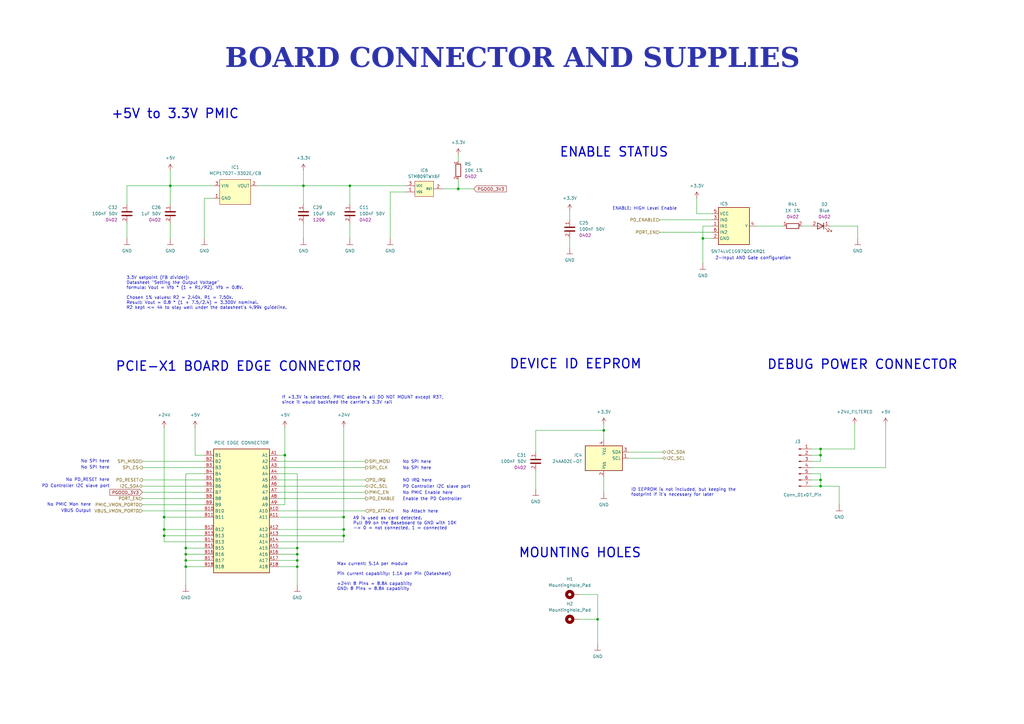
<source format=kicad_sch>
(kicad_sch (version 20250114) (generator "eeschema") (generator_version "9.0")
  (paper "A3")
  (title_block (date "2025-01-12") (rev "1.0.0") (company "DvidMakesThings"))
  (lib_symbols
    (symbol "DMTDB:STM809TWX6F"
      (property "Reference" "IC" (at 13.462 -6.858 0))
      (property "Value" "STM809TWX6F" (at 12.446 -9.144 0))
      (symbol "STM809TWX6F_1_1"
        (rectangle (start -3.81 3.175) (end 3.81 -3.175) (fill (type background)))
        (pin power_in line (at -7.62 1.27 0) (length 3.81) (name "VCC") (number "3"))
        (pin power_in line (at -7.62 -1.27 0) (length 3.81) (name "VSS") (number "1"))
        (pin output line (at 7.62 0 180) (length 3.81) (name "RST") (number "2"))
      )
    )
    (symbol "DS_Capacitor_0402:100nF 50V 0402"
      (property "Reference" "C" (at 3.81 2.032 0))
      (property "Value" "100nF 50V" (at 3.81 0 0))
      (property "FOOTPRINT_SHORT" "0402" (at 3.81 -2.032 0))
      (symbol "100nF 50V 0402_0_1"
        (polyline (pts (xy -2.032 0.762) (xy 2.032 0.762)) (stroke (width 0.508)))
        (polyline (pts (xy -2.032 -0.762) (xy 2.032 -0.762)) (stroke (width 0.508)))
      )
      (symbol "100nF 50V 0402_1_1"
        (pin passive line (at 0 3.81 270) (length 2.794) (name "~") (number "1"))
        (pin passive line (at 0 -3.81 90) (length 2.794) (name "~") (number "2"))
      )
    )
    (symbol "DS_Capacitor_0402:1uF 50V 0402"
      (property "Reference" "C" (at 3.81 2.032 0))
      (property "Value" "1uF 50V" (at 3.81 0 0))
      (property "FOOTPRINT_SHORT" "0402" (at 3.81 -2.032 0))
      (symbol "1uF 50V 0402_0_1"
        (polyline (pts (xy -2.032 0.762) (xy 2.032 0.762)) (stroke (width 0.508)))
        (polyline (pts (xy -2.032 -0.762) (xy 2.032 -0.762)) (stroke (width 0.508)))
      )
      (symbol "1uF 50V 0402_1_1"
        (pin passive line (at 0 3.81 270) (length 2.794) (name "~") (number "1"))
        (pin passive line (at 0 -3.81 90) (length 2.794) (name "~") (number "2"))
      )
    )
    (symbol "DS_Capacitor_1206:10uF 50V 1206"
      (property "Reference" "C" (at 3.81 2.032 0))
      (property "Value" "10uF 50V" (at 3.81 0 0))
      (property "FOOTPRINT_SHORT" "1206" (at 3.81 -2.032 0))
      (symbol "10uF 50V 1206_0_1"
        (polyline (pts (xy -2.032 0.762) (xy 2.032 0.762)) (stroke (width 0.508)))
        (polyline (pts (xy -2.032 -0.762) (xy 2.032 -0.762)) (stroke (width 0.508)))
      )
      (symbol "10uF 50V 1206_1_1"
        (pin passive line (at 0 3.81 270) (length 2.794) (name "~") (number "1"))
        (pin passive line (at 0 -3.81 90) (length 2.794) (name "~") (number "2"))
      )
    )
    (symbol "DS_Connector:Conn_01x07_Pin" (pin_names (offset 1.016) (hide yes))
      (property "Reference" "J" (at 0 10.16 0))
      (property "Value" "Conn_01x07_Pin" (at 0 -10.16 0))
      (symbol "Conn_01x07_Pin_1_1"
        (rectangle (start 0.8636 7.747) (end 0 7.493) (stroke (width 0.1524)) (fill (type outline)))
        (rectangle (start 0.8636 5.207) (end 0 4.953) (stroke (width 0.1524)) (fill (type outline)))
        (rectangle (start 0.8636 2.667) (end 0 2.413) (stroke (width 0.1524)) (fill (type outline)))
        (rectangle (start 0.8636 0.127) (end 0 -0.127) (stroke (width 0.1524)) (fill (type outline)))
        (rectangle (start 0.8636 -2.413) (end 0 -2.667) (stroke (width 0.1524)) (fill (type outline)))
        (rectangle (start 0.8636 -4.953) (end 0 -5.207) (stroke (width 0.1524)) (fill (type outline)))
        (rectangle (start 0.8636 -7.493) (end 0 -7.747) (stroke (width 0.1524)) (fill (type outline)))
        (polyline (pts (xy 1.27 7.62) (xy 0.8636 7.62)) (stroke (width 0.1524)))
        (polyline (pts (xy 1.27 5.08) (xy 0.8636 5.08)) (stroke (width 0.1524)))
        (polyline (pts (xy 1.27 2.54) (xy 0.8636 2.54)) (stroke (width 0.1524)))
        (polyline (pts (xy 1.27 0) (xy 0.8636 0)) (stroke (width 0.1524)))
        (polyline (pts (xy 1.27 -2.54) (xy 0.8636 -2.54)) (stroke (width 0.1524)))
        (polyline (pts (xy 1.27 -5.08) (xy 0.8636 -5.08)) (stroke (width 0.1524)))
        (polyline (pts (xy 1.27 -7.62) (xy 0.8636 -7.62)) (stroke (width 0.1524)))
        (pin passive line (at 5.08 7.62 180) (length 3.81) (name "Pin_1") (number "1"))
        (pin passive line (at 5.08 5.08 180) (length 3.81) (name "Pin_2") (number "2"))
        (pin passive line (at 5.08 2.54 180) (length 3.81) (name "Pin_3") (number "3"))
        (pin passive line (at 5.08 0 180) (length 3.81) (name "Pin_4") (number "4"))
        (pin passive line (at 5.08 -2.54 180) (length 3.81) (name "Pin_5") (number "5"))
        (pin passive line (at 5.08 -5.08 180) (length 3.81) (name "Pin_6") (number "6"))
        (pin passive line (at 5.08 -7.62 180) (length 3.81) (name "Pin_7") (number "7"))
      )
    )
    (symbol "DS_Connector:PCIe-Board Edge" (exclude_from_sim yes) (in_bom no)
      (property "Value" "PCIE EDGE CONNECTOR" (at -1.778 -9.144 0))
      (symbol "PCIe-Board Edge_0_1"
        (rectangle (start -3.81 43.18) (end 19.05 -7.62) (stroke (width 0.254)) (fill (type background)))
      )
      (symbol "PCIe-Board Edge_1_1"
        (pin power_in line (at -7.62 40.64 0) (length 3.81) (name "B1") (number "B1"))
        (pin passive line (at -7.62 38.1 0) (length 3.81) (name "B2") (number "B2"))
        (pin passive line (at -7.62 35.56 0) (length 3.81) (name "B3") (number "B3"))
        (pin power_in line (at -7.62 33.02 0) (length 3.81) (name "B4") (number "B4"))
        (pin input line (at -7.62 30.48 0) (length 3.81) (name "B5") (number "B5"))
        (pin bidirectional line (at -7.62 27.94 0) (length 3.81) (name "B6") (number "B6"))
        (pin passive line (at -7.62 25.4 0) (length 3.81) (name "B7") (number "B7"))
        (pin power_in line (at -7.62 22.86 0) (length 3.81) (name "B8") (number "B8"))
        (pin input line (at -7.62 20.32 0) (length 3.81) (name "B9") (number "B9"))
        (pin power_in line (at -7.62 17.78 0) (length 3.81) (name "B10") (number "B10"))
        (pin open_collector line (at -7.62 15.24 0) (length 3.81) (name "B11") (number "B11"))
        (pin passive line (at -7.62 10.16 0) (length 3.81) (name "B12") (number "B12"))
        (pin passive line (at -7.62 7.62 0) (length 3.81) (name "B13") (number "B13"))
        (pin input line (at -7.62 5.08 0) (length 3.81) (name "B13") (number "B14"))
        (pin input line (at -7.62 2.54 0) (length 3.81) (name "B15") (number "B15"))
        (pin passive line (at -7.62 0 0) (length 3.81) (name "B16") (number "B16"))
        (pin passive line (at -7.62 -2.54 0) (length 3.81) (name "B17") (number "B17"))
        (pin passive line (at -7.62 -5.08 0) (length 3.81) (name "B18") (number "B18"))
        (pin passive line (at 22.86 40.64 180) (length 3.81) (name "A1") (number "A1"))
        (pin passive line (at 22.86 38.1 180) (length 3.81) (name "A2") (number "A2"))
        (pin passive line (at 22.86 35.56 180) (length 3.81) (name "A3") (number "A3"))
        (pin passive line (at 22.86 33.02 180) (length 3.81) (name "A4") (number "A4"))
        (pin input line (at 22.86 30.48 180) (length 3.81) (name "A5") (number "A5"))
        (pin input line (at 22.86 27.94 180) (length 3.81) (name "A6") (number "A6"))
        (pin output line (at 22.86 25.4 180) (length 3.81) (name "A7") (number "A7"))
        (pin input line (at 22.86 22.86 180) (length 3.81) (name "A8") (number "A8"))
        (pin passive line (at 22.86 20.32 180) (length 3.81) (name "A9") (number "A9"))
        (pin passive line (at 22.86 17.78 180) (length 3.81) (name "A10") (number "A10"))
        (pin input line (at 22.86 15.24 180) (length 3.81) (name "A11") (number "A11"))
        (pin passive line (at 22.86 10.16 180) (length 3.81) (name "A12") (number "A12"))
        (pin input line (at 22.86 7.62 180) (length 3.81) (name "A13") (number "A13"))
        (pin input line (at 22.86 5.08 180) (length 3.81) (name "A14") (number "A14"))
        (pin passive line (at 22.86 2.54 180) (length 3.81) (name "A15") (number "A15"))
        (pin output line (at 22.86 0 180) (length 3.81) (name "A16") (number "A16"))
        (pin output line (at 22.86 -2.54 180) (length 3.81) (name "A17") (number "A17"))
        (pin passive line (at 22.86 -5.08 180) (length 3.81) (name "A18") (number "A18"))
      )
    )
    (symbol "DS_Opto:Blue 0402"
      (property "Reference" "D" (at -1.27 5.08 0))
      (property "Value" "Blue" (at -1.27 2.794 0))
      (property "Size" "0402" (at -1.016 -3.302 0))
      (symbol "Blue 0402_0_1"
        (polyline (pts (xy -3.048 -0.762) (xy -4.572 -2.286) (xy -3.81 -2.286) (xy -4.572 -2.286) (xy -4.572 -1.524)))
        (polyline (pts (xy -1.778 -0.762) (xy -3.302 -2.286) (xy -2.54 -2.286) (xy -3.302 -2.286) (xy -3.302 -1.524)))
        (polyline (pts (xy -1.27 0) (xy 1.27 0)))
        (polyline (pts (xy -1.27 -1.27) (xy -1.27 1.27)) (stroke (width 0.254)))
        (polyline (pts (xy 1.27 -1.27) (xy 1.27 1.27) (xy -1.27 0) (xy 1.27 -1.27)) (stroke (width 0.254)))
      )
      (symbol "Blue 0402_1_1"
        (pin passive line (at -3.81 0 0) (length 2.54) (name "") (number "1"))
        (pin passive line (at 3.81 0 180) (length 2.54) (name "") (number "2"))
      )
    )
    (symbol "DS_Peripherals:SN74LVC1G97QDCKRQ1"
      (property "Reference" "IC" (at -6.35 9.144 0))
      (property "Value" "SN74LVC1G97QDCKRQ1" (at 1.778 -9.652 0))
      (symbol "SN74LVC1G97QDCKRQ1_0_1"
        (rectangle (start -6.35 7.62) (end 6.35 -7.62) (stroke (width 0.254)) (fill (type background)))
      )
      (symbol "SN74LVC1G97QDCKRQ1_1_1"
        (pin power_in line (at -8.89 5.08 0) (length 2.54) (name "VCC") (number "5"))
        (pin passive line (at -8.89 2.54 0) (length 2.54) (name "IN0") (number "3"))
        (pin passive line (at -8.89 0 0) (length 2.54) (name "IN1") (number "1"))
        (pin passive line (at -8.89 -2.54 0) (length 2.54) (name "IN2") (number "6"))
        (pin power_in line (at -8.89 -5.08 0) (length 2.54) (name "GND") (number "2"))
        (pin passive line (at 8.89 0 180) (length 2.54) (name "Y") (number "4"))
      )
    )
    (symbol "DS_Resistor_0402:10K 1% 0402"
      (property "Reference" "R" (at 2.032 2.032 0))
      (property "Value" "10K 1%" (at 2.032 0 0))
      (property "FOOTPRINT_SHORT" "0402" (at 2.032 -2.032 0))
      (symbol "10K 1% 0402_0_1"
        (rectangle (start -1.016 2.54) (end 1.016 -2.54) (stroke (width 0.254)))
      )
      (symbol "10K 1% 0402_1_1"
        (pin passive line (at 0 3.81 270) (length 1.27) (name "~") (number "1"))
        (pin passive line (at 0 -3.81 90) (length 1.27) (name "~") (number "2"))
      )
    )
    (symbol "DS_Resistor_0402:1K 1% 0402"
      (property "Reference" "R" (at 2.032 2.032 0))
      (property "Value" "1K 1%" (at 2.032 0 0))
      (property "FOOTPRINT_SHORT" "0402" (at 2.032 -2.032 0))
      (symbol "1K 1% 0402_0_1"
        (rectangle (start -1.016 2.54) (end 1.016 -2.54) (stroke (width 0.254)))
      )
      (symbol "1K 1% 0402_1_1"
        (pin passive line (at 0 3.81 270) (length 1.27) (name "~") (number "1"))
        (pin passive line (at 0 -3.81 90) (length 1.27) (name "~") (number "2"))
      )
    )
    (symbol "DS_Supply:GND" (power) (pin_numbers (hide yes)) (pin_names (offset 0) (hide yes))
      (property "Value" "GND" (at 0 -3.81 0))
      (symbol "GND_0_1"
        (polyline (pts (xy 0 0) (xy 0 -2.54) (xy 1.27 -2.54) (xy 0 -2.54) (xy -1.27 -2.54) (xy 0 -2.54)))
      )
      (symbol "GND_1_1"
        (pin power_in line (at 0 0 270) (length 0) (name "~") (number "1"))
      )
    )
    (symbol "DS_Vreg:MCP1702T-3302E/CB"
      (property "Reference" "IC" (at -2.286 6.858 0))
      (property "Value" "MCP1702T-3302E/CB" (at -5.588 -7.874 0))
      (symbol "MCP1702T-3302E/CB_0_1"
        (rectangle (start -6.35 5.08) (end 6.35 -5.08) (fill (type background)))
      )
      (symbol "MCP1702T-3302E/CB_1_1"
        (pin power_in line (at -8.89 2.54 0) (length 2.54) (name "VIN") (number "3"))
        (pin power_in line (at -8.89 -2.54 0) (length 2.54) (name "GND") (number "1"))
        (pin power_out line (at 8.89 2.54 180) (length 2.54) (name "VOUT") (number "2"))
      )
    )
    (symbol "Mechanical:MountingHole_Pad" (pin_numbers (hide yes)) (pin_names (offset 1.016) (hide yes)) (in_bom no)
      (property "Reference" "H" (at 0 6.35 0))
      (property "Value" "MountingHole_Pad" (at 0 4.445 0))
      (symbol "MountingHole_Pad_0_1"
        (circle (center 0 1.27) (radius 1.27) (stroke (width 1.27)))
      )
      (symbol "MountingHole_Pad_1_1"
        (pin input line (at 0 -2.54 90) (length 2.54) (name "1") (number "1"))
      )
    )
    (symbol "Memory_EEPROM:24AA02E-OT"
      (property "Reference" "U" (at -7.62 6.35 0))
      (property "Value" "24AA02E-OT" (at 2.54 -6.35 0))
      (symbol "24AA02E-OT_1_1"
        (rectangle (start -7.62 5.08) (end 7.62 -5.08) (stroke (width 0.254)) (fill (type background)))
        (pin no_connect line (at -10.16 0 0) (length 2.54) (hide yes) (name "NC") (number "5"))
        (pin power_in line (at 0 7.62 270) (length 2.54) (name "V_{CC}") (number "4"))
        (pin power_in line (at 0 -7.62 90) (length 2.54) (name "V_{SS}") (number "2"))
        (pin bidirectional line (at 10.16 2.54 180) (length 2.54) (name "SDA") (number "3"))
        (pin input line (at 10.16 0 180) (length 2.54) (name "SCL") (number "1"))
      )
    )
    (symbol "power:+24V" (power) (pin_numbers (hide yes)) (pin_names (offset 0) (hide yes))
      (property "Value" "+24V" (at 0 3.556 0))
      (symbol "+24V_0_1"
        (polyline (pts (xy -0.762 1.27) (xy 0 2.54)))
        (polyline (pts (xy 0 2.54) (xy 0.762 1.27)))
        (polyline (pts (xy 0 0) (xy 0 2.54)))
      )
      (symbol "+24V_1_1"
        (pin power_in line (at 0 0 90) (length 0) (name "~") (number "1"))
      )
    )
    (symbol "power:+3.3V" (power) (pin_numbers (hide yes)) (pin_names (offset 0) (hide yes))
      (property "Value" "+3.3V" (at 0 3.556 0))
      (symbol "+3.3V_0_1"
        (polyline (pts (xy -0.762 1.27) (xy 0 2.54)))
        (polyline (pts (xy 0 2.54) (xy 0.762 1.27)))
        (polyline (pts (xy 0 0) (xy 0 2.54)))
      )
      (symbol "+3.3V_1_1"
        (pin power_in line (at 0 0 90) (length 0) (name "~") (number "1"))
      )
    )
    (symbol "power:+5V" (power) (pin_numbers (hide yes)) (pin_names (offset 0) (hide yes))
      (property "Value" "+5V" (at 0 3.556 0))
      (symbol "+5V_0_1"
        (polyline (pts (xy -0.762 1.27) (xy 0 2.54)))
        (polyline (pts (xy 0 2.54) (xy 0.762 1.27)))
        (polyline (pts (xy 0 0) (xy 0 2.54)))
      )
      (symbol "+5V_1_1"
        (pin power_in line (at 0 0 90) (length 0) (name "~") (number "1"))
      )
    )
  )
  (text "No PMIC Mon here" (at 37.338 207.01 0) (effects (font (size 1.27 1.27)) (justify right)))
  (text "ID EEPROM is not included, but keeping the \nfootprint if it's necessary for later" (at 258.826 201.93 0) (effects (font (size 1.27 1.27)) (justify left)))
  (text "DEVICE ID EEPROM" (at 208.788 149.352 0) (effects (font (size 3.81 3.81) (thickness 0.508) (bold yes)) (justify left)))
  (text "PD Controller I2C slave port" (at 165.1 199.644 0) (effects (font (size 1.27 1.27)) (justify left)))
  (text "ENABLE STATUS" (at 229.362 62.484 0) (effects (font (size 3.81 3.81) (thickness 0.508) (bold yes)) (justify left)))
  (text "Enable the PD Controller" (at 165.1 204.724 0) (effects (font (size 1.27 1.27)) (justify left)))
  (text "No SPI here" (at 44.958 189.23 0) (effects (font (size 1.27 1.27)) (justify right)))
  (text "2-Input AND Gate configuration" (at 293.37 105.918 0) (effects (font (size 1.27 1.27)) (justify left)))
  (text "MOUNTING HOLES" (at 212.598 226.822 0) (effects (font (size 3.81 3.81) (thickness 0.508) (bold yes)) (justify left)))
  (text "No SPI here" (at 165.1 192.024 0) (effects (font (size 1.27 1.27)) (justify left)))
  (text "If +3.3V is selected, PMIC above is all DO NOT MOUNT except R37,\nsince it would backfeed the carrier's 3.3V rail" (at 115.57 164.084 0) (effects (font (size 1.27 1.27)) (justify left)))
  (text "Max current: 5.1A per module\n\nPin current capability: 1.1A per Pin (Datasheet)\n\n+24V: 8 Pins = 8.8A capability\nGND: 8 Pins = 8.8A capability" (at 138.176 236.474 0) (effects (font (size 1.27 1.27)) (justify left)))
  (text "VBUS Output" (at 37.338 209.55 0) (effects (font (size 1.27 1.27)) (justify right)))
  (text "No Attach here" (at 165.1 209.804 0) (effects (font (size 1.27 1.27)) (justify left)))
  (text "No PD_RESET here" (at 44.958 196.85 0) (effects (font (size 1.27 1.27)) (justify right)))
  (text "A9 is used as card detected.\nPull B9 on the Baseboard to GND with 10K\n-> 0 = not connected, 1 = connected" (at 144.78 214.63 0) (effects (font (size 1.27 1.27)) (justify left)))
  (text "NO IRQ here" (at 165.1 197.104 0) (effects (font (size 1.27 1.27)) (justify left)))
  (text "No SPI here" (at 165.1 189.484 0) (effects (font (size 1.27 1.27)) (justify left)))
  (text "No SPI here" (at 44.958 191.77 0) (effects (font (size 1.27 1.27)) (justify right)))
  (text "PD Controller I2C slave port" (at 44.958 199.39 0) (effects (font (size 1.27 1.27)) (justify right)))
  (text "+5V to 3.3V PMIC" (at 45.466 46.736 0) (effects (font (size 3.81 3.81) (thickness 0.508) (bold yes)) (justify left)))
  (text "3.3V setpoint (FB divider): \nDatasheet \"Setting the Output Voltage\" \nformula: Vout = Vfb * (1 + R1/R2), Vfb = 0.8V. \n\nChosen 1% values: R2 = 2.40k, R1 = 7.50k. \nResult: Vout = 0.8 * (1 + 7.5/2.4) = 3.300V nominal. \nR2 kept <= 4k to stay well under the datasheet's 4.99k guideline." (at 51.816 120.142 0) (effects (font (size 1.27 1.27)) (justify left)))
  (text "DEBUG POWER CONNECTOR" (at 314.452 149.606 0) (effects (font (size 3.81 3.81) (thickness 0.508) (bold yes)) (justify left)))
  (text "ENABLE: HIGH Level Enable" (at 251.206 85.598 0) (effects (font (size 1.27 1.27)) (justify left)))
  (text "PCIE-X1 BOARD EDGE CONNECTOR" (at 47.244 150.368 0) (effects (font (size 3.81 3.81) (thickness 0.508) (bold yes)) (justify left)))
  (text "No PMIC Enable here" (at 165.1 202.184 0) (effects (font (size 1.27 1.27)) (justify left)))
  (text_box "BOARD CONNECTOR AND SUPPLIES" (at 12.7 17.78 0) (size 394.97 12.7) (margins 5.9999 5.9999 5.9999 5.9999) (stroke (width -0.0001)) (effects (font (size 8 8) (thickness 1.2) (bold yes))))
  (junction (at 76.2 227.33))
  (junction (at 247.65 176.53))
  (junction (at 124.46 76.2))
  (junction (at 336.55 186.69))
  (junction (at 69.85 76.2))
  (junction (at 336.55 184.15))
  (junction (at 187.96 77.47))
  (junction (at 121.92 232.41))
  (junction (at 67.31 217.17))
  (junction (at 121.92 229.87))
  (junction (at 121.92 224.79))
  (junction (at 143.51 76.2))
  (junction (at 121.92 227.33))
  (junction (at 288.29 97.79))
  (junction (at 140.97 212.09))
  (junction (at 116.84 186.69))
  (junction (at 336.55 199.39))
  (junction (at 76.2 232.41))
  (junction (at 76.2 224.79))
  (junction (at 140.97 217.17))
  (junction (at 67.31 212.09))
  (junction (at 140.97 219.71))
  (junction (at 336.55 196.85))
  (junction (at 76.2 229.87))
  (junction (at 245.11 254))
  (junction (at 67.31 219.71))
  (wire (pts (xy 69.85 76.2) (xy 87.63 76.2)))
  (wire (pts (xy 67.31 212.09) (xy 83.82 212.09)))
  (wire (pts (xy 116.84 207.01) (xy 116.84 186.69)))
  (wire (pts (xy 340.36 92.71) (xy 351.79 92.71)))
  (wire (pts (xy 52.07 97.79) (xy 52.07 91.44)))
  (wire (pts (xy 149.86 209.55) (xy 114.3 209.55)))
  (wire (pts (xy 124.46 69.85) (xy 124.46 76.2)))
  (wire (pts (xy 114.3 212.09) (xy 140.97 212.09)))
  (wire (pts (xy 247.65 176.53) (xy 247.65 180.34)))
  (wire (pts (xy 351.79 92.71) (xy 351.79 97.79)))
  (wire (pts (xy 194.31 77.47) (xy 187.96 77.47)))
  (wire (pts (xy 114.3 227.33) (xy 121.92 227.33)))
  (wire (pts (xy 140.97 217.17) (xy 140.97 212.09)))
  (wire (pts (xy 332.74 194.31) (xy 336.55 194.31)))
  (wire (pts (xy 124.46 76.2) (xy 124.46 83.82)))
  (wire (pts (xy 219.71 176.53) (xy 247.65 176.53)))
  (wire (pts (xy 114.3 222.25) (xy 140.97 222.25)))
  (wire (pts (xy 67.31 212.09) (xy 67.31 217.17)))
  (wire (pts (xy 121.92 227.33) (xy 121.92 229.87)))
  (wire (pts (xy 114.3 219.71) (xy 140.97 219.71)))
  (wire (pts (xy 52.07 76.2) (xy 69.85 76.2)))
  (wire (pts (xy 76.2 227.33) (xy 76.2 229.87)))
  (wire (pts (xy 344.17 199.39) (xy 344.17 207.01)))
  (wire (pts (xy 114.3 191.77) (xy 149.86 191.77)))
  (wire (pts (xy 245.11 254) (xy 245.11 264.16)))
  (wire (pts (xy 114.3 204.47) (xy 149.86 204.47)))
  (wire (pts (xy 58.42 207.01) (xy 83.82 207.01)))
  (wire (pts (xy 309.88 92.71) (xy 321.31 92.71)))
  (wire (pts (xy 166.37 78.74) (xy 160.02 78.74)))
  (wire (pts (xy 76.2 224.79) (xy 76.2 227.33)))
  (wire (pts (xy 114.3 232.41) (xy 121.92 232.41)))
  (wire (pts (xy 332.74 199.39) (xy 336.55 199.39)))
  (wire (pts (xy 233.68 101.6) (xy 233.68 97.79)))
  (wire (pts (xy 233.68 86.36) (xy 233.68 90.17)))
  (wire (pts (xy 121.92 229.87) (xy 121.92 232.41)))
  (wire (pts (xy 58.42 209.55) (xy 83.82 209.55)))
  (wire (pts (xy 58.42 196.85) (xy 83.82 196.85)))
  (wire (pts (xy 143.51 91.44) (xy 143.51 97.79)))
  (wire (pts (xy 332.74 186.69) (xy 336.55 186.69)))
  (wire (pts (xy 328.93 92.71) (xy 332.74 92.71)))
  (wire (pts (xy 336.55 186.69) (xy 336.55 184.15)))
  (wire (pts (xy 288.29 92.71) (xy 288.29 97.79)))
  (wire (pts (xy 83.82 217.17) (xy 67.31 217.17)))
  (wire (pts (xy 69.85 97.79) (xy 69.85 91.44)))
  (wire (pts (xy 114.3 217.17) (xy 140.97 217.17)))
  (wire (pts (xy 76.2 229.87) (xy 83.82 229.87)))
  (wire (pts (xy 247.65 173.99) (xy 247.65 176.53)))
  (wire (pts (xy 114.3 199.39) (xy 149.86 199.39)))
  (wire (pts (xy 257.81 187.96) (xy 271.78 187.96)))
  (wire (pts (xy 285.75 81.28) (xy 285.75 87.63)))
  (wire (pts (xy 332.74 189.23) (xy 336.55 189.23)))
  (wire (pts (xy 143.51 76.2) (xy 166.37 76.2)))
  (wire (pts (xy 336.55 199.39) (xy 336.55 196.85)))
  (wire (pts (xy 76.2 232.41) (xy 83.82 232.41)))
  (wire (pts (xy 83.82 81.28) (xy 83.82 97.79)))
  (wire (pts (xy 336.55 194.31) (xy 336.55 196.85)))
  (wire (pts (xy 69.85 76.2) (xy 69.85 83.82)))
  (wire (pts (xy 114.3 229.87) (xy 121.92 229.87)))
  (wire (pts (xy 350.52 184.15) (xy 350.52 173.99)))
  (wire (pts (xy 114.3 196.85) (xy 149.86 196.85)))
  (wire (pts (xy 83.82 186.69) (xy 80.01 186.69)))
  (wire (pts (xy 58.42 199.39) (xy 83.82 199.39)))
  (wire (pts (xy 114.3 186.69) (xy 116.84 186.69)))
  (wire (pts (xy 76.2 194.31) (xy 76.2 224.79)))
  (wire (pts (xy 76.2 227.33) (xy 83.82 227.33)))
  (wire (pts (xy 140.97 217.17) (xy 140.97 219.71)))
  (wire (pts (xy 140.97 219.71) (xy 140.97 222.25)))
  (wire (pts (xy 237.49 254) (xy 245.11 254)))
  (wire (pts (xy 332.74 196.85) (xy 336.55 196.85)))
  (wire (pts (xy 83.82 222.25) (xy 67.31 222.25)))
  (wire (pts (xy 292.1 97.79) (xy 288.29 97.79)))
  (wire (pts (xy 83.82 224.79) (xy 76.2 224.79)))
  (wire (pts (xy 116.84 175.26) (xy 116.84 186.69)))
  (wire (pts (xy 58.42 204.47) (xy 83.82 204.47)))
  (wire (pts (xy 69.85 69.85) (xy 69.85 76.2)))
  (wire (pts (xy 288.29 97.79) (xy 288.29 107.95)))
  (wire (pts (xy 187.96 77.47) (xy 181.61 77.47)))
  (wire (pts (xy 245.11 243.84) (xy 245.11 254)))
  (wire (pts (xy 257.81 185.42) (xy 271.78 185.42)))
  (wire (pts (xy 121.92 232.41) (xy 121.92 240.03)))
  (wire (pts (xy 114.3 224.79) (xy 121.92 224.79)))
  (wire (pts (xy 67.31 175.26) (xy 67.31 212.09)))
  (wire (pts (xy 270.51 95.25) (xy 292.1 95.25)))
  (wire (pts (xy 58.42 191.77) (xy 83.82 191.77)))
  (wire (pts (xy 336.55 184.15) (xy 350.52 184.15)))
  (wire (pts (xy 219.71 200.66) (xy 219.71 193.04)))
  (wire (pts (xy 83.82 194.31) (xy 76.2 194.31)))
  (wire (pts (xy 140.97 212.09) (xy 140.97 175.26)))
  (wire (pts (xy 143.51 76.2) (xy 143.51 83.82)))
  (wire (pts (xy 292.1 92.71) (xy 288.29 92.71)))
  (wire (pts (xy 160.02 78.74) (xy 160.02 97.79)))
  (wire (pts (xy 124.46 76.2) (xy 143.51 76.2)))
  (wire (pts (xy 270.51 90.17) (xy 292.1 90.17)))
  (wire (pts (xy 114.3 207.01) (xy 116.84 207.01)))
  (wire (pts (xy 219.71 176.53) (xy 219.71 185.42)))
  (wire (pts (xy 67.31 222.25) (xy 67.31 219.71)))
  (wire (pts (xy 114.3 201.93) (xy 149.86 201.93)))
  (wire (pts (xy 237.49 243.84) (xy 245.11 243.84)))
  (wire (pts (xy 332.74 191.77) (xy 363.22 191.77)))
  (wire (pts (xy 114.3 189.23) (xy 149.86 189.23)))
  (wire (pts (xy 58.42 189.23) (xy 83.82 189.23)))
  (wire (pts (xy 187.96 63.5) (xy 187.96 66.04)))
  (wire (pts (xy 83.82 219.71) (xy 67.31 219.71)))
  (wire (pts (xy 336.55 189.23) (xy 336.55 186.69)))
  (wire (pts (xy 336.55 199.39) (xy 344.17 199.39)))
  (wire (pts (xy 124.46 91.44) (xy 124.46 97.79)))
  (wire (pts (xy 76.2 229.87) (xy 76.2 232.41)))
  (wire (pts (xy 76.2 232.41) (xy 76.2 240.03)))
  (wire (pts (xy 67.31 219.71) (xy 67.31 217.17)))
  (wire (pts (xy 114.3 194.31) (xy 121.92 194.31)))
  (wire (pts (xy 83.82 81.28) (xy 87.63 81.28)))
  (wire (pts (xy 121.92 194.31) (xy 121.92 224.79)))
  (wire (pts (xy 285.75 87.63) (xy 292.1 87.63)))
  (wire (pts (xy 52.07 76.2) (xy 52.07 83.82)))
  (wire (pts (xy 363.22 191.77) (xy 363.22 173.99)))
  (wire (pts (xy 58.42 201.93) (xy 83.82 201.93)))
  (wire (pts (xy 105.41 76.2) (xy 124.46 76.2)))
  (wire (pts (xy 247.65 201.93) (xy 247.65 195.58)))
  (wire (pts (xy 332.74 184.15) (xy 336.55 184.15)))
  (wire (pts (xy 121.92 224.79) (xy 121.92 227.33)))
  (wire (pts (xy 187.96 73.66) (xy 187.96 77.47)))
  (wire (pts (xy 80.01 175.26) (xy 80.01 186.69)))
  (global_label "PGOOD_3V3" (shape input) (at 58.42 201.93 180) (property "Intersheetrefs" "${INTERSHEET_REFS}" (effects (hide yes))))
  (global_label "PGOOD_3V3" (shape input) (at 194.31 77.47 0) (property "Intersheetrefs" "${INTERSHEET_REFS}" (effects (hide yes))))
  (hierarchical_label "SPI_MISO" (shape input) (at 58.42 189.23 180))
  (hierarchical_label "PD_ENABLE" (shape input) (at 270.51 90.17 180))
  (hierarchical_label "I2C_SCL" (shape bidirectional) (at 149.86 199.39 0))
  (hierarchical_label "I2C_SDA" (shape bidirectional) (at 58.42 199.39 180))
  (hierarchical_label "SPI_CS" (shape output) (at 58.42 191.77 180))
  (hierarchical_label "PD_ATTACH" (shape input) (at 149.86 209.55 0))
  (hierarchical_label "PMIC_EN" (shape output) (at 149.86 201.93 0))
  (hierarchical_label "VBUS_VMON_PORT0" (shape input) (at 58.42 209.55 180))
  (hierarchical_label "PD_ENABLE" (shape output) (at 149.86 204.47 0))
  (hierarchical_label "PD_IRQ" (shape input) (at 149.86 196.85 0))
  (hierarchical_label "PORT_EN" (shape input) (at 270.51 95.25 180))
  (hierarchical_label "SPI_MOSI" (shape output) (at 149.86 189.23 0))
  (hierarchical_label "PMIC_VMON_PORT0" (shape input) (at 58.42 207.01 180))
  (hierarchical_label "SPI_CLK" (shape output) (at 149.86 191.77 0))
  (hierarchical_label "I2C_SDA" (shape bidirectional) (at 271.78 185.42 0))
  (hierarchical_label "PORT_EN" (shape input) (at 58.42 204.47 180))
  (hierarchical_label "PD_RESET" (shape output) (at 58.42 196.85 180))
  (hierarchical_label "I2C_SCL" (shape bidirectional) (at 271.78 187.96 0))
  (symbol (lib_id "DS_Peripherals:SN74LVC1G97QDCKRQ1") (at 300.99 92.71 0) (unit 1)
    (property "Reference" "IC5" (at 296.926 83.566 0))
    (property "Value" "SN74LVC1G97QDCKRQ1" (at 302.768 103.124 0))
    (property "Footprint" "DS_Peripherals:SOT-363_SC-70-6" (effects (hide yes)))
    (property "Datasheet" "https://www.ti.com/general/docs/suppproductinfo.tsp?distId=10&gotoUrl=https%3A%2F%2Fwww.ti.com%2Flit%2Fgpn%2Fsn74lvc1g97-q1" (effects (hide yes)))
    (property "Description" "Configurable Multiple Function Configurable 1 Circuit 3 Input SC-70-6" (effects (hide yes)))
    (property "MPN" "SN74LVC1G97QDCKRQ1" (effects (hide yes)))
    (property "MFR" "Texas Instruments" (effects (hide yes)))
    (property "LCSC_PART" "C179911" (effects (hide yes)))
    (property "DIST1" "https://www.digikey.de/en/products/detail/texas-instruments/sn74lvc1g97qdckrq1/716453" (effects (hide yes)))
    (property "ROHS" "YES" (effects (hide yes)))
  )
  (symbol (lib_id "DMTDB:STM809TWX6F") (at 173.99 77.47 0) (unit 1)
    (property "Reference" "IC6" (at 173.99 69.85 0))
    (property "Value" "STM809TWX6F" (at 173.99 72.39 0))
    (property "Footprint" "DMTDB:SOT-23" (effects (hide yes)))
    (property "Datasheet" "https://www.st.com/content/ccc/resource/technical/document/datasheet/cd/e2/ab/27/7d/5d/44/41/CD00003591.pdf/files/CD00003591.pdf/jcr:content/translations/en.CD00003591.pdf" (effects (hide yes)))
    (property "MPN" "STM809TWX6F" (effects (hide yes)))
    (property "MFR" "STMicroelectronics" (effects (hide yes)))
    (property "ROHS" "YES" (effects (hide yes)))
    (property "LCSC_PART" "C118271" (effects (hide yes)))
    (property "LCSC_PRICE" "EUR 0.2423" (effects (hide yes)))
    (property "DIST1" "DigiKey: https://www.digikey.at/en/products/detail/stmicroelectronics/stm809twx6f/666746" (effects (hide yes)))
    (property "PPU1" "EUR 0.34 DIGI" (effects (hide yes)))
    (property "DMTUID" "DMT-03016001002" (effects (hide yes)))
    (property "Manufacturer" "STMicroelectronics" (effects (hide yes)))
  )
  (symbol (lib_id "power:+3.3V") (at 247.65 173.99 0) (unit 1)
    (property "Reference" "#PWR84" (effects (hide yes)))
    (property "Value" "+3.3V" (at 247.65 168.91 0))
    (property "Description" "Power symbol creates a global label with name \"+3.3V\"" (effects (hide yes)))
  )
  (symbol (lib_id "DS_Supply:GND") (at 121.92 240.03 0) (unit 1)
    (property "Reference" "#PWR64" (effects (hide yes)))
    (property "Value" "GND" (at 121.92 245.11 0))
    (property "Description" "Power symbol creates a global label with name \"GND\" , ground" (effects (hide yes)))
  )
  (symbol (lib_id "DS_Capacitor_1206:10uF 50V 1206") (at 124.46 87.63 0) (unit 1)
    (property "Reference" "C29" (at 128.27 85.0899 0) (effects (justify left)))
    (property "Value" "10uF 50V" (at 128.27 87.6299 0) (effects (justify left)))
    (property "Footprint" "DS_Capacitor:C_1206_3216Metric" (effects (hide yes)))
    (property "Datasheet" "https://jlcpcb.com/api/file/downloadByFileSystemAccessId/8579707359440130048" (effects (hide yes)))
    (property "Description" "50V 10uF X5R ±10% 1206 Multilayer Ceramic Capacitors MLCC - SMD/SMT ROHS" (effects (hide yes)))
    (property "FOOTPRINT_SHORT" "1206" (at 128.27 90.1699 0) (effects (justify left)))
    (property "ROHS" "YES" (effects (hide yes)))
    (property "LCSC_PART" "C13585" (effects (hide yes)))
    (property "MFR" "Samsung Electro-Mechanics" (effects (hide yes)))
    (property "MPN" "CL31A106KBHNNNE" (effects (hide yes)))
  )
  (symbol (lib_id "DS_Connector:Conn_01x07_Pin") (at 327.66 191.77 0) (unit 1)
    (property "Reference" "J3" (at 327.152 181.102 0))
    (property "Value" "Conn_01x07_Pin" (at 329.184 202.946 0))
    (property "Footprint" "DS_Connector:Harwin_M20-89007xx_1x07_P2.54mm_Horizontal" (effects (hide yes)))
    (property "Description" "Generic connector, single row, 01x07, script generated" (effects (hide yes)))
  )
  (symbol (lib_id "Mechanical:MountingHole_Pad") (at 234.95 254 90) (unit 1) (in_bom no)
    (property "Reference" "H2" (at 233.68 247.65 90))
    (property "Value" "MountingHole_Pad" (at 233.68 250.19 90))
    (property "Footprint" "MountingHole:MountingHole_2.2mm_M2_Pad_Via" (effects (hide yes)))
    (property "Description" "Mounting Hole with connection" (effects (hide yes)))
  )
  (symbol (lib_id "power:+24V") (at 140.97 175.26 0) (unit 1)
    (property "Reference" "#PWR65" (effects (hide yes)))
    (property "Value" "+24V" (at 140.97 170.18 0))
    (property "Description" "Power symbol creates a global label with name \"+24V\"" (effects (hide yes)))
  )
  (symbol (lib_id "DS_Supply:GND") (at 76.2 240.03 0) (unit 1)
    (property "Reference" "#PWR63" (effects (hide yes)))
    (property "Value" "GND" (at 76.2 245.11 0))
    (property "Description" "Power symbol creates a global label with name \"GND\" , ground" (effects (hide yes)))
  )
  (symbol (lib_id "power:+5V") (at 80.01 175.26 0) (unit 1)
    (property "Reference" "#PWR66" (effects (hide yes)))
    (property "Value" "+5V" (at 80.01 170.18 0))
    (property "Description" "Power symbol creates a global label with name \"+5V\"" (effects (hide yes)))
  )
  (symbol (lib_id "power:+5V") (at 69.85 69.85 0) (unit 1)
    (property "Reference" "#PWR68" (effects (hide yes)))
    (property "Value" "+5V" (at 69.85 64.77 0))
    (property "Description" "Power symbol creates a global label with name \"+5V\"" (effects (hide yes)))
  )
  (symbol (lib_id "DS_Capacitor_0402:100nF 50V 0402") (at 233.68 93.98 0) (unit 1)
    (property "Reference" "C25" (at 237.49 91.4399 0) (effects (justify left)))
    (property "Value" "100nF 50V" (at 237.49 93.9799 0) (effects (justify left)))
    (property "Footprint" "DS_Capacitor:C_0402_1005Metric" (effects (hide yes)))
    (property "Description" "50V 100nF X7R ±10% 0402 Multilayer Ceramic Capacitors MLCC - SMD/SMT ROHS" (effects (hide yes)))
    (property "FOOTPRINT_SHORT" "0402" (at 237.49 96.5199 0) (effects (justify left)))
    (property "ROHS" "YES" (effects (hide yes)))
    (property "LCSC_PART" "C307331" (effects (hide yes)))
  )
  (symbol (lib_id "DS_Opto:Blue 0402") (at 336.55 92.71 0) (mirror y) (unit 1)
    (property "Reference" "D2" (at 338.1375 83.82 0))
    (property "Value" "Blue" (at 338.1375 86.36 0))
    (property "Footprint" "DS_Opto:LED_0402_1005Metric" (effects (hide yes)))
    (property "Datasheet" "https://jlcpcb.com/api/file/downloadByFileSystemAccessId/8590921452453912577" (effects (hide yes)))
    (property "Description" "-40℃~+85℃ 120° 20mA 240mcd 3.3V 455nm~475nm 465nm 70mW Blue Discrete Diode Top-mount Water Clear 0402 LED Indication - Discrete ROHS" (effects (hide yes)))
    (property "MPN" "XL-1005UBC" (effects (hide yes)))
    (property "MFR" "XINGLIGHT" (effects (hide yes)))
    (property "LCSC_PART" "C22355736" (effects (hide yes)))
    (property "ROHS" "YES" (effects (hide yes)))
    (property "Size" "0402" (at 338.1375 88.9 0))
  )
  (symbol (lib_id "DS_Supply:GND") (at 143.51 97.79 0) (unit 1)
    (property "Reference" "#PWR16" (effects (hide yes)))
    (property "Value" "GND" (at 143.51 102.87 0))
    (property "Description" "Power symbol creates a global label with name \"GND\" , ground" (effects (hide yes)))
  )
  (symbol (lib_id "power:+5V") (at 116.84 175.26 0) (unit 1)
    (property "Reference" "#PWR76" (effects (hide yes)))
    (property "Value" "+5V" (at 116.84 170.18 0))
    (property "Description" "Power symbol creates a global label with name \"+5V\"" (effects (hide yes)))
  )
  (symbol (lib_id "DS_Supply:GND") (at 344.17 207.01 0) (unit 1)
    (property "Reference" "#PWR021" (effects (hide yes)))
    (property "Value" "GND" (at 344.17 212.09 0))
    (property "Description" "Power symbol creates a global label with name \"GND\" , ground" (effects (hide yes)))
  )
  (symbol (lib_id "DS_Capacitor_0402:1uF 50V 0402") (at 69.85 87.63 0) (mirror y) (unit 1)
    (property "Reference" "C26" (at 66.04 85.0899 0) (effects (justify left)))
    (property "Value" "1uF 50V" (at 66.04 87.6299 0) (effects (justify left)))
    (property "Footprint" "DS_Capacitor:C_0402_1005Metric" (effects (hide yes)))
    (property "Description" "50V 1uF X5R ±10% 0402 Multilayer Ceramic Capacitors MLCC - SMD/SMT ROHS" (effects (hide yes)))
    (property "FOOTPRINT_SHORT" "0402" (at 66.04 90.1699 0) (effects (justify left)))
    (property "ROHS" "YES" (effects (hide yes)))
    (property "LCSC_PART" "C1518208" (effects (hide yes)))
  )
  (symbol (lib_id "DS_Supply:GND") (at 69.85 97.79 0) (unit 1)
    (property "Reference" "#PWR69" (effects (hide yes)))
    (property "Value" "GND" (at 69.85 102.87 0))
    (property "Description" "Power symbol creates a global label with name \"GND\" , ground" (effects (hide yes)))
  )
  (symbol (lib_id "Memory_EEPROM:24AA02E-OT") (at 247.65 187.96 0) (unit 1)
    (property "Reference" "IC4" (at 238.76 186.6899 0) (effects (justify right)))
    (property "Value" "24AA02E-OT" (at 238.76 189.2299 0) (effects (justify right)))
    (property "Footprint" "Package_TO_SOT_SMD:SOT-23-5" (effects (hide yes)))
    (property "Datasheet" "https://ww1.microchip.com/downloads/aemDocuments/documents/MPD/ProductDocuments/DataSheets/2-Kbit-I2C-Serial-EEPROMs-+EUI-48-or-EUI-64-Node-20002124.pdf" (effects (hide yes)))
    (property "Description" "I2C Serial EEPROM with EUI-48 or EUI-64, 2Kb, SOT-23-5" (effects (hide yes)))
  )
  (symbol (lib_id "DS_Supply:GND") (at 233.68 101.6 0) (unit 1)
    (property "Reference" "#PWR60" (effects (hide yes)))
    (property "Value" "GND" (at 233.68 106.68 0))
    (property "Description" "Power symbol creates a global label with name \"GND\" , ground" (effects (hide yes)))
  )
  (symbol (lib_id "DS_Supply:GND") (at 351.79 97.79 0) (unit 1)
    (property "Reference" "#PWR49" (effects (hide yes)))
    (property "Value" "GND" (at 351.79 102.87 0))
    (property "Description" "Power symbol creates a global label with name \"GND\" , ground" (effects (hide yes)))
  )
  (symbol (lib_id "DS_Supply:GND") (at 247.65 201.93 0) (unit 1)
    (property "Reference" "#PWR85" (effects (hide yes)))
    (property "Value" "GND" (at 247.65 207.01 0))
    (property "Description" "Power symbol creates a global label with name \"GND\" , ground" (effects (hide yes)))
  )
  (symbol (lib_id "DS_Resistor_0402:10K 1% 0402") (at 187.96 69.85 0) (unit 1)
    (property "Reference" "R5" (at 190.5 67.3099 0) (effects (justify left)))
    (property "Value" "10K 1%" (at 190.5 69.8499 0) (effects (justify left)))
    (property "Footprint" "DS_Resistor:R_0402_1005Metric" (effects (hide yes)))
    (property "Description" "62.5mW Thick Film Resistors 50V ±100ppm/℃ ±1% 10kΩ 0402 Chip Resistor - Surface Mount ROHS" (effects (hide yes)))
    (property "LCSC_PART" "C25744" (effects (hide yes)))
    (property "ROHS" "YES" (effects (hide yes)))
    (property "FOOTPRINT_SHORT" "0402" (at 190.5 72.3899 0) (effects (justify left)))
    (property "MFR" "ROHM" (effects (hide yes)))
  )
  (symbol (lib_id "DS_Capacitor_0402:100nF 50V 0402") (at 52.07 87.63 0) (mirror y) (unit 1)
    (property "Reference" "C32" (at 48.26 85.0899 0) (effects (justify left)))
    (property "Value" "100nF 50V" (at 48.26 87.6299 0) (effects (justify left)))
    (property "Footprint" "DS_Capacitor:C_0402_1005Metric" (effects (hide yes)))
    (property "Description" "50V 100nF X7R ±10% 0402 Multilayer Ceramic Capacitors MLCC - SMD/SMT ROHS" (effects (hide yes)))
    (property "FOOTPRINT_SHORT" "0402" (at 48.26 90.1699 0) (effects (justify left)))
    (property "ROHS" "YES" (effects (hide yes)))
    (property "LCSC_PART" "C307331" (effects (hide yes)))
  )
  (symbol (lib_id "DS_Supply:GND") (at 288.29 107.95 0) (unit 1)
    (property "Reference" "#PWR56" (effects (hide yes)))
    (property "Value" "GND" (at 288.29 113.03 0))
    (property "Description" "Power symbol creates a global label with name \"GND\" , ground" (effects (hide yes)))
  )
  (symbol (lib_id "DS_Supply:GND") (at 124.46 97.79 0) (unit 1)
    (property "Reference" "#PWR73" (effects (hide yes)))
    (property "Value" "GND" (at 124.46 102.87 0))
    (property "Description" "Power symbol creates a global label with name \"GND\" , ground" (effects (hide yes)))
  )
  (symbol (lib_id "DS_Supply:GND") (at 219.71 200.66 0) (unit 1)
    (property "Reference" "#PWR86" (effects (hide yes)))
    (property "Value" "GND" (at 219.71 205.74 0))
    (property "Description" "Power symbol creates a global label with name \"GND\" , ground" (effects (hide yes)))
  )
  (symbol (lib_id "power:+5V") (at 363.22 173.99 0) (unit 1)
    (property "Reference" "#PWR020" (effects (hide yes)))
    (property "Value" "+5V" (at 363.22 168.91 0))
    (property "Description" "Power symbol creates a global label with name \"+5V\"" (effects (hide yes)))
  )
  (symbol (lib_id "DS_Connector:PCIe-Board Edge") (at 91.44 227.33 0) (unit 1) (exclude_from_sim yes) (in_bom no)
    (property "Reference" "J2" (effects (hide yes)))
    (property "Value" "PCIE EDGE CONNECTOR" (at 99.06 181.61 0))
    (property "Footprint" "DS_Connector:BUS_PCIexpress_x1" (effects (hide yes)))
    (property "ROHS" "YES" (effects (hide yes)))
  )
  (symbol (lib_id "DS_Supply:GND") (at 83.82 97.79 0) (unit 1)
    (property "Reference" "#PWR71" (effects (hide yes)))
    (property "Value" "GND" (at 83.82 102.87 0))
    (property "Description" "Power symbol creates a global label with name \"GND\" , ground" (effects (hide yes)))
  )
  (symbol (lib_id "DS_Capacitor_0402:100nF 50V 0402") (at 143.51 87.63 0) (unit 1)
    (property "Reference" "C11" (at 147.32 85.0899 0) (effects (justify left)))
    (property "Value" "100nF 50V" (at 147.32 87.6299 0) (effects (justify left)))
    (property "Footprint" "DS_Capacitor:C_0402_1005Metric" (effects (hide yes)))
    (property "Description" "50V 100nF X7R ±10% 0402 Multilayer Ceramic Capacitors MLCC - SMD/SMT ROHS" (effects (hide yes)))
    (property "FOOTPRINT_SHORT" "0402" (at 147.32 90.1699 0) (effects (justify left)))
    (property "ROHS" "YES" (effects (hide yes)))
    (property "LCSC_PART" "C307331" (effects (hide yes)))
  )
  (symbol (lib_id "DS_Supply:GND") (at 245.11 264.16 0) (unit 1)
    (property "Reference" "#PWR62" (effects (hide yes)))
    (property "Value" "GND" (at 245.11 269.24 0))
    (property "Description" "Power symbol creates a global label with name \"GND\" , ground" (effects (hide yes)))
  )
  (symbol (lib_id "power:+3.3V") (at 285.75 81.28 0) (unit 1)
    (property "Reference" "#PWR54" (effects (hide yes)))
    (property "Value" "+3.3V" (at 285.75 76.2 0))
    (property "Description" "Power symbol creates a global label with name \"+3.3V\"" (effects (hide yes)))
  )
  (symbol (lib_id "DS_Supply:GND") (at 52.07 97.79 0) (unit 1)
    (property "Reference" "#PWR92" (effects (hide yes)))
    (property "Value" "GND" (at 52.07 102.87 0))
    (property "Description" "Power symbol creates a global label with name \"GND\" , ground" (effects (hide yes)))
  )
  (symbol (lib_id "Mechanical:MountingHole_Pad") (at 234.95 243.84 90) (unit 1) (in_bom no)
    (property "Reference" "H1" (at 233.68 237.49 90))
    (property "Value" "MountingHole_Pad" (at 233.68 240.03 90))
    (property "Footprint" "MountingHole:MountingHole_2.2mm_M2_Pad_Via" (effects (hide yes)))
    (property "Description" "Mounting Hole with connection" (effects (hide yes)))
  )
  (symbol (lib_id "power:+24V") (at 350.52 173.99 0) (unit 1)
    (property "Reference" "#PWR019" (effects (hide yes)))
    (property "Value" "+24V_FILTERED" (at 350.52 168.91 0))
    (property "Description" "Power symbol creates a global label with name \"+24V\"" (effects (hide yes)))
  )
  (symbol (lib_id "power:+3.3V") (at 187.96 63.5 0) (unit 1)
    (property "Reference" "#PWR18" (effects (hide yes)))
    (property "Value" "+3.3V" (at 187.96 58.42 0))
    (property "Description" "Power symbol creates a global label with name \"+3.3V\"" (effects (hide yes)))
  )
  (symbol (lib_id "power:+24V") (at 67.31 175.26 0) (unit 1)
    (property "Reference" "#PWR61" (effects (hide yes)))
    (property "Value" "+24V" (at 67.31 170.18 0))
    (property "Description" "Power symbol creates a global label with name \"+24V\"" (effects (hide yes)))
  )
  (symbol (lib_id "power:+3.3V") (at 233.68 86.36 0) (mirror y) (unit 1)
    (property "Reference" "#PWR58" (effects (hide yes)))
    (property "Value" "+3.3V" (at 233.68 81.28 0))
    (property "Description" "Power symbol creates a global label with name \"+3.3V\"" (effects (hide yes)))
  )
  (symbol (lib_id "DS_Resistor_0402:1K 1% 0402") (at 325.12 92.71 90) (mirror x) (unit 1)
    (property "Reference" "R41" (at 325.12 83.82 90))
    (property "Value" "1K 1%" (at 325.12 86.36 90))
    (property "Footprint" "DS_Resistor:R_0402_1005Metric" (effects (hide yes)))
    (property "Description" "62.5mW Thick Film Resistors 50V ±100ppm/℃ ±1% 1kΩ 0402 Chip Resistor - Surface Mount ROHS" (effects (hide yes)))
    (property "LCSC_PART" "C11702" (effects (hide yes)))
    (property "ROHS" "YES" (effects (hide yes)))
    (property "FOOTPRINT_SHORT" "0402" (at 325.12 88.9 90))
    (property "MFR" "FH" (effects (hide yes)))
  )
  (symbol (lib_id "DS_Capacitor_0402:100nF 50V 0402") (at 219.71 189.23 0) (mirror y) (unit 1)
    (property "Reference" "C31" (at 215.9 186.6899 0) (effects (justify left)))
    (property "Value" "100nF 50V" (at 215.9 189.2299 0) (effects (justify left)))
    (property "Footprint" "DS_Capacitor:C_0402_1005Metric" (effects (hide yes)))
    (property "Description" "50V 100nF X7R ±10% 0402 Multilayer Ceramic Capacitors MLCC - SMD/SMT ROHS" (effects (hide yes)))
    (property "FOOTPRINT_SHORT" "0402" (at 215.9 191.7699 0) (effects (justify left)))
    (property "ROHS" "YES" (effects (hide yes)))
    (property "LCSC_PART" "C307331" (effects (hide yes)))
  )
  (symbol (lib_id "power:+3.3V") (at 124.46 69.85 0) (unit 1)
    (property "Reference" "#PWR75" (effects (hide yes)))
    (property "Value" "+3.3V" (at 124.46 64.77 0))
    (property "Description" "Power symbol creates a global label with name \"+3.3V\"" (effects (hide yes)))
  )
  (symbol (lib_id "DS_Vreg:MCP1702T-3302E/CB") (at 96.52 78.74 0) (unit 1)
    (property "Reference" "IC1" (at 96.52 68.58 0))
    (property "Value" "MCP1702T-3302E/CB" (at 96.52 71.12 0))
    (property "Footprint" "DS_Vreg:SOT-23" (effects (hide yes)))
    (property "Datasheet" "https://ww1.microchip.com/downloads/en/DeviceDoc/22008E.pdf" (effects (hide yes)))
    (property "Description" "Linear Voltage Regulator IC Positive Fixed 1 Output 250mA SOT-23A-3" (effects (hide yes)))
    (property "ROHS" "YES" (effects (hide yes)))
    (property "LCSC_PART" "C33844" (effects (hide yes)))
    (property "LCSC_PRICE" "EUR 0.48" (effects (hide yes)))
    (property "MPN" "MCP1702T-3302E/CB" (effects (hide yes)))
    (property "MFR" "Microchip Technology" (effects (hide yes)))
    (property "DIST1" "https://www.digikey.de/en/products/detail/microchip-technology/mcp1702t-3302e-cb/1098471" (effects (hide yes)))
    (property "PPU1" "EUR 0.55 DIGI" (effects (hide yes)))
    (property "DIST2" "https://de.farnell.com/microchip/mcp1702t-3302e-cb/v-reg-ldo-250ma-smd-sot23-3/dp/1331490" (effects (hide yes)))
    (property "PPU2" "EUR 0.587 Farnell" (effects (hide yes)))
  )
  (symbol (lib_id "DS_Supply:GND") (at 160.02 97.79 0) (unit 1)
    (property "Reference" "#PWR17" (effects (hide yes)))
    (property "Value" "GND" (at 160.02 102.87 0))
    (property "Description" "Power symbol creates a global label with name \"GND\" , ground" (effects (hide yes)))
  )
)
</source>
